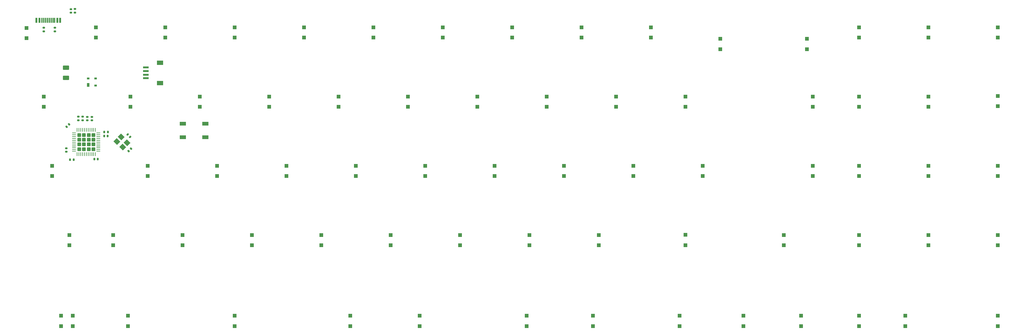
<source format=gbr>
%TF.GenerationSoftware,KiCad,Pcbnew,(7.0.0)*%
%TF.CreationDate,2023-04-22T21:53:20+02:00*%
%TF.ProjectId,qazimodo,71617a69-6d6f-4646-9f2e-6b696361645f,rev?*%
%TF.SameCoordinates,Original*%
%TF.FileFunction,Paste,Bot*%
%TF.FilePolarity,Positive*%
%FSLAX46Y46*%
G04 Gerber Fmt 4.6, Leading zero omitted, Abs format (unit mm)*
G04 Created by KiCad (PCBNEW (7.0.0)) date 2023-04-22 21:53:20*
%MOMM*%
%LPD*%
G01*
G04 APERTURE LIST*
G04 Aperture macros list*
%AMRoundRect*
0 Rectangle with rounded corners*
0 $1 Rounding radius*
0 $2 $3 $4 $5 $6 $7 $8 $9 X,Y pos of 4 corners*
0 Add a 4 corners polygon primitive as box body*
4,1,4,$2,$3,$4,$5,$6,$7,$8,$9,$2,$3,0*
0 Add four circle primitives for the rounded corners*
1,1,$1+$1,$2,$3*
1,1,$1+$1,$4,$5*
1,1,$1+$1,$6,$7*
1,1,$1+$1,$8,$9*
0 Add four rect primitives between the rounded corners*
20,1,$1+$1,$2,$3,$4,$5,0*
20,1,$1+$1,$4,$5,$6,$7,0*
20,1,$1+$1,$6,$7,$8,$9,0*
20,1,$1+$1,$8,$9,$2,$3,0*%
%AMRotRect*
0 Rectangle, with rotation*
0 The origin of the aperture is its center*
0 $1 length*
0 $2 width*
0 $3 Rotation angle, in degrees counterclockwise*
0 Add horizontal line*
21,1,$1,$2,0,0,$3*%
G04 Aperture macros list end*
%ADD10R,1.800000X1.100000*%
%ADD11R,1.100000X1.100000*%
%ADD12RoundRect,0.140000X0.170000X-0.140000X0.170000X0.140000X-0.170000X0.140000X-0.170000X-0.140000X0*%
%ADD13R,1.800000X1.200000*%
%ADD14R,1.550000X0.600000*%
%ADD15RoundRect,0.140000X0.219203X0.021213X0.021213X0.219203X-0.219203X-0.021213X-0.021213X-0.219203X0*%
%ADD16RoundRect,0.135000X-0.185000X0.135000X-0.185000X-0.135000X0.185000X-0.135000X0.185000X0.135000X0*%
%ADD17RoundRect,0.135000X0.135000X0.185000X-0.135000X0.185000X-0.135000X-0.185000X0.135000X-0.185000X0*%
%ADD18RoundRect,0.135000X0.185000X-0.135000X0.185000X0.135000X-0.185000X0.135000X-0.185000X-0.135000X0*%
%ADD19RoundRect,0.140000X-0.021213X0.219203X-0.219203X0.021213X0.021213X-0.219203X0.219203X-0.021213X0*%
%ADD20RoundRect,0.250000X-0.625000X0.375000X-0.625000X-0.375000X0.625000X-0.375000X0.625000X0.375000X0*%
%ADD21RotRect,1.400000X1.200000X135.000000*%
%ADD22R,0.600000X1.450000*%
%ADD23R,0.300000X1.450000*%
%ADD24R,0.700000X1.000000*%
%ADD25R,0.700000X0.600000*%
%ADD26RoundRect,0.140000X-0.140000X-0.170000X0.140000X-0.170000X0.140000X0.170000X-0.140000X0.170000X0*%
%ADD27RoundRect,0.250000X-0.275000X0.275000X-0.275000X-0.275000X0.275000X-0.275000X0.275000X0.275000X0*%
%ADD28RoundRect,0.062500X-0.062500X0.475000X-0.062500X-0.475000X0.062500X-0.475000X0.062500X0.475000X0*%
%ADD29RoundRect,0.062500X-0.475000X0.062500X-0.475000X-0.062500X0.475000X-0.062500X0.475000X0.062500X0*%
G04 APERTURE END LIST*
D10*
%TO.C,SW_Reset1*%
X107874999Y-80699999D03*
X101674999Y-84399999D03*
X107874999Y-84399999D03*
X101674999Y-80699999D03*
%TD*%
D11*
%TO.C,D7*%
X77787499Y-56962499D03*
X77787499Y-54162499D03*
%TD*%
%TO.C,D42*%
X239725199Y-114074399D03*
X239725199Y-111274399D03*
%TD*%
%TO.C,D48*%
X274637499Y-95062499D03*
X274637499Y-92262499D03*
%TD*%
D12*
%TO.C,C2*%
X69723000Y-88364000D03*
X69723000Y-87404000D03*
%TD*%
D11*
%TO.C,D11*%
X71437499Y-136337499D03*
X71437499Y-133537499D03*
%TD*%
%TO.C,D58*%
X271462499Y-136337499D03*
X271462499Y-133537499D03*
%TD*%
D13*
%TO.C,J2*%
X95412499Y-63874999D03*
X95412499Y-69474999D03*
D14*
X91537499Y-65174999D03*
X91537499Y-66174999D03*
X91537499Y-67174999D03*
X91537499Y-68174999D03*
%TD*%
D11*
%TO.C,D71*%
X325437499Y-136337499D03*
X325437499Y-133537499D03*
%TD*%
%TO.C,D52*%
X287337499Y-114112499D03*
X287337499Y-111312499D03*
%TD*%
%TO.C,D15*%
X120649999Y-114112499D03*
X120649999Y-111312499D03*
%TD*%
%TO.C,D38*%
X201612499Y-76012499D03*
X201612499Y-73212499D03*
%TD*%
%TO.C,D50*%
X239712499Y-76012499D03*
X239712499Y-73212499D03*
%TD*%
%TO.C,D62*%
X325437499Y-114112499D03*
X325437499Y-111312499D03*
%TD*%
%TO.C,D70*%
X325437499Y-56962499D03*
X325437499Y-54162499D03*
%TD*%
%TO.C,D16*%
X86613999Y-136337499D03*
X86613999Y-133537499D03*
%TD*%
D15*
%TO.C,C4*%
X87215030Y-84286411D03*
X86536208Y-83607589D03*
%TD*%
D11*
%TO.C,D66*%
X325437499Y-95062499D03*
X325437499Y-92262499D03*
%TD*%
%TO.C,D18*%
X125412499Y-76012499D03*
X125412499Y-73212499D03*
%TD*%
%TO.C,D61*%
X306387499Y-95062499D03*
X306387499Y-92262499D03*
%TD*%
%TO.C,D41*%
X214312499Y-136337499D03*
X214312499Y-133537499D03*
%TD*%
D16*
%TO.C,R1*%
X73025000Y-78738000D03*
X73025000Y-79758000D03*
%TD*%
%TO.C,R2*%
X74168000Y-78738000D03*
X74168000Y-79758000D03*
%TD*%
D11*
%TO.C,D34*%
X187324999Y-95062499D03*
X187324999Y-92262499D03*
%TD*%
%TO.C,D65*%
X306387499Y-76012499D03*
X306387499Y-73212499D03*
%TD*%
%TO.C,D4*%
X65784191Y-95051704D03*
X65784191Y-92251704D03*
%TD*%
%TO.C,D14*%
X111124999Y-95062499D03*
X111124999Y-92262499D03*
%TD*%
%TO.C,D47*%
X238124999Y-136337499D03*
X238124999Y-133537499D03*
%TD*%
%TO.C,D57*%
X306387499Y-114112499D03*
X306387499Y-111312499D03*
%TD*%
D17*
%TO.C,R4*%
X81091500Y-82931000D03*
X80071500Y-82931000D03*
%TD*%
D11*
%TO.C,D51*%
X244474999Y-95062499D03*
X244474999Y-92262499D03*
%TD*%
%TO.C,D49*%
X230187499Y-56962499D03*
X230187499Y-54162499D03*
%TD*%
D18*
%TO.C,R_USBSHIELD1*%
X72034400Y-50143600D03*
X72034400Y-49123600D03*
%TD*%
D11*
%TO.C,D45*%
X225424999Y-95062499D03*
X225424999Y-92262499D03*
%TD*%
D19*
%TO.C,C8*%
X70443411Y-80813589D03*
X69764589Y-81492411D03*
%TD*%
D11*
%TO.C,D17*%
X115887499Y-56962499D03*
X115887499Y-54162499D03*
%TD*%
D20*
%TO.C,F1*%
X69596000Y-65275000D03*
X69596000Y-68075000D03*
%TD*%
D11*
%TO.C,D10*%
X101599999Y-114112499D03*
X101599999Y-111312499D03*
%TD*%
D16*
%TO.C,R_USB1*%
X63500000Y-54227000D03*
X63500000Y-55247000D03*
%TD*%
D11*
%TO.C,D19*%
X130174999Y-95062499D03*
X130174999Y-92262499D03*
%TD*%
%TO.C,D5*%
X70515674Y-114126367D03*
X70515674Y-111326367D03*
%TD*%
D16*
%TO.C,R_USB2*%
X66548000Y-54227000D03*
X66548000Y-55247000D03*
%TD*%
D11*
%TO.C,D64*%
X287337499Y-56962499D03*
X287337499Y-54162499D03*
%TD*%
%TO.C,D26*%
X147637499Y-136337499D03*
X147637499Y-133537499D03*
%TD*%
%TO.C,D36*%
X196087999Y-136337499D03*
X196087999Y-133537499D03*
%TD*%
D21*
%TO.C,Y1*%
X85147395Y-87103857D03*
X83591760Y-85548222D03*
X84793841Y-84346141D03*
X86349476Y-85901776D03*
%TD*%
D11*
%TO.C,D22*%
X134937499Y-56962499D03*
X134937499Y-54162499D03*
%TD*%
D22*
%TO.C,J3*%
X61519999Y-52252999D03*
X62319999Y-52252999D03*
D23*
X63519999Y-52252999D03*
X64519999Y-52252999D03*
X65019999Y-52252999D03*
X66019999Y-52252999D03*
D22*
X67219999Y-52252999D03*
X68019999Y-52252999D03*
X68019999Y-52252999D03*
X67219999Y-52252999D03*
D23*
X66519999Y-52252999D03*
X65519999Y-52252999D03*
X64019999Y-52252999D03*
X63019999Y-52252999D03*
D22*
X62319999Y-52252999D03*
X61519999Y-52252999D03*
%TD*%
D11*
%TO.C,D31*%
X166687499Y-136337499D03*
X166687499Y-133537499D03*
%TD*%
%TO.C,D28*%
X163512499Y-76012499D03*
X163512499Y-73212499D03*
%TD*%
D24*
%TO.C,D72*%
X75707999Y-69964999D03*
D25*
X75707999Y-68264999D03*
X77707999Y-68264999D03*
X77707999Y-70164999D03*
%TD*%
D11*
%TO.C,D63*%
X287337499Y-136337499D03*
X287337499Y-133537499D03*
%TD*%
%TO.C,D44*%
X220662499Y-76012499D03*
X220662499Y-73212499D03*
%TD*%
%TO.C,D68*%
X306387499Y-56962499D03*
X306387499Y-54162499D03*
%TD*%
D17*
%TO.C,R3*%
X71693500Y-90614500D03*
X70673500Y-90614500D03*
%TD*%
D11*
%TO.C,D29*%
X168274999Y-95062499D03*
X168274999Y-92262499D03*
%TD*%
D26*
%TO.C,C7*%
X80101500Y-84074000D03*
X81061500Y-84074000D03*
%TD*%
D11*
%TO.C,D24*%
X149224999Y-95062499D03*
X149224999Y-92262499D03*
%TD*%
%TO.C,D2*%
X58737499Y-57152999D03*
X58737499Y-54352999D03*
%TD*%
D12*
%TO.C,C1*%
X75412600Y-79728000D03*
X75412600Y-78768000D03*
%TD*%
D11*
%TO.C,D6*%
X68262499Y-136337499D03*
X68262499Y-133537499D03*
%TD*%
D12*
%TO.C,C5*%
X76682600Y-79728000D03*
X76682600Y-78768000D03*
%TD*%
D11*
%TO.C,D43*%
X211137499Y-56962499D03*
X211137499Y-54162499D03*
%TD*%
%TO.C,D32*%
X173037499Y-56962499D03*
X173037499Y-54162499D03*
%TD*%
%TO.C,D1*%
X82549999Y-114112499D03*
X82549999Y-111312499D03*
%TD*%
%TO.C,D69*%
X325437499Y-75824999D03*
X325437499Y-73024999D03*
%TD*%
%TO.C,D60*%
X287337499Y-76012499D03*
X287337499Y-73212499D03*
%TD*%
%TO.C,D27*%
X153987499Y-56962499D03*
X153987499Y-54162499D03*
%TD*%
%TO.C,D25*%
X158749999Y-114112499D03*
X158749999Y-111312499D03*
%TD*%
D26*
%TO.C,C6*%
X77371000Y-90424000D03*
X78331000Y-90424000D03*
%TD*%
D11*
%TO.C,D33*%
X182562499Y-76012499D03*
X182562499Y-73212499D03*
%TD*%
%TO.C,D21*%
X115887499Y-136337499D03*
X115887499Y-133537499D03*
%TD*%
%TO.C,D12*%
X96837499Y-56962499D03*
X96837499Y-54162499D03*
%TD*%
%TO.C,D23*%
X144462499Y-76012499D03*
X144462499Y-73212499D03*
%TD*%
%TO.C,D59*%
X273049999Y-60137499D03*
X273049999Y-57337499D03*
%TD*%
%TO.C,D40*%
X215899999Y-114112499D03*
X215899999Y-111312499D03*
%TD*%
%TO.C,D8*%
X87312499Y-76012499D03*
X87312499Y-73212499D03*
%TD*%
%TO.C,D56*%
X287337499Y-95062499D03*
X287337499Y-92262499D03*
%TD*%
%TO.C,D37*%
X192087499Y-56962499D03*
X192087499Y-54162499D03*
%TD*%
D12*
%TO.C,C_USBSHIELD1*%
X70967600Y-50111600D03*
X70967600Y-49151600D03*
%TD*%
D11*
%TO.C,D54*%
X249237499Y-60137499D03*
X249237499Y-57337499D03*
%TD*%
%TO.C,D55*%
X274637499Y-76012499D03*
X274637499Y-73212499D03*
%TD*%
%TO.C,D9*%
X92074999Y-95062499D03*
X92074999Y-92262499D03*
%TD*%
D27*
%TO.C,U1*%
X77134000Y-83775000D03*
X75834000Y-83775000D03*
X74534000Y-83775000D03*
X73234000Y-83775000D03*
X77134000Y-85075000D03*
X75834000Y-85075000D03*
X74534000Y-85075000D03*
X73234000Y-85075000D03*
X77134000Y-86375000D03*
X75834000Y-86375000D03*
X74534000Y-86375000D03*
X73234000Y-86375000D03*
X77134000Y-87675000D03*
X75834000Y-87675000D03*
X74534000Y-87675000D03*
X73234000Y-87675000D03*
D28*
X72684000Y-82387500D03*
X73184000Y-82387500D03*
X73684000Y-82387500D03*
X74184000Y-82387500D03*
X74684000Y-82387500D03*
X75184000Y-82387500D03*
X75684000Y-82387500D03*
X76184000Y-82387500D03*
X76684000Y-82387500D03*
X77184000Y-82387500D03*
X77684000Y-82387500D03*
D29*
X78521500Y-83225000D03*
X78521500Y-83725000D03*
X78521500Y-84225000D03*
X78521500Y-84725000D03*
X78521500Y-85225000D03*
X78521500Y-85725000D03*
X78521500Y-86225000D03*
X78521500Y-86725000D03*
X78521500Y-87225000D03*
X78521500Y-87725000D03*
X78521500Y-88225000D03*
D28*
X77684000Y-89062500D03*
X77184000Y-89062500D03*
X76684000Y-89062500D03*
X76184000Y-89062500D03*
X75684000Y-89062500D03*
X75184000Y-89062500D03*
X74684000Y-89062500D03*
X74184000Y-89062500D03*
X73684000Y-89062500D03*
X73184000Y-89062500D03*
X72684000Y-89062500D03*
D29*
X71846500Y-88225000D03*
X71846500Y-87725000D03*
X71846500Y-87225000D03*
X71846500Y-86725000D03*
X71846500Y-86225000D03*
X71846500Y-85725000D03*
X71846500Y-85225000D03*
X71846500Y-84725000D03*
X71846500Y-84225000D03*
X71846500Y-83725000D03*
X71846500Y-83225000D03*
%TD*%
D11*
%TO.C,D3*%
X63499999Y-76012499D03*
X63499999Y-73212499D03*
%TD*%
%TO.C,D67*%
X300037499Y-136337499D03*
X300037499Y-133537499D03*
%TD*%
%TO.C,D13*%
X106362499Y-76012499D03*
X106362499Y-73212499D03*
%TD*%
%TO.C,D30*%
X177799999Y-114112499D03*
X177799999Y-111312499D03*
%TD*%
%TO.C,D46*%
X266699999Y-114112499D03*
X266699999Y-111312499D03*
%TD*%
%TO.C,D39*%
X206374999Y-95062499D03*
X206374999Y-92262499D03*
%TD*%
%TO.C,D35*%
X196849999Y-114112499D03*
X196849999Y-111312499D03*
%TD*%
D19*
%TO.C,C3*%
X87469030Y-87544589D03*
X86790208Y-88223411D03*
%TD*%
D11*
%TO.C,D20*%
X139699999Y-114112499D03*
X139699999Y-111312499D03*
%TD*%
%TO.C,D53*%
X255587499Y-136337499D03*
X255587499Y-133537499D03*
%TD*%
M02*

</source>
